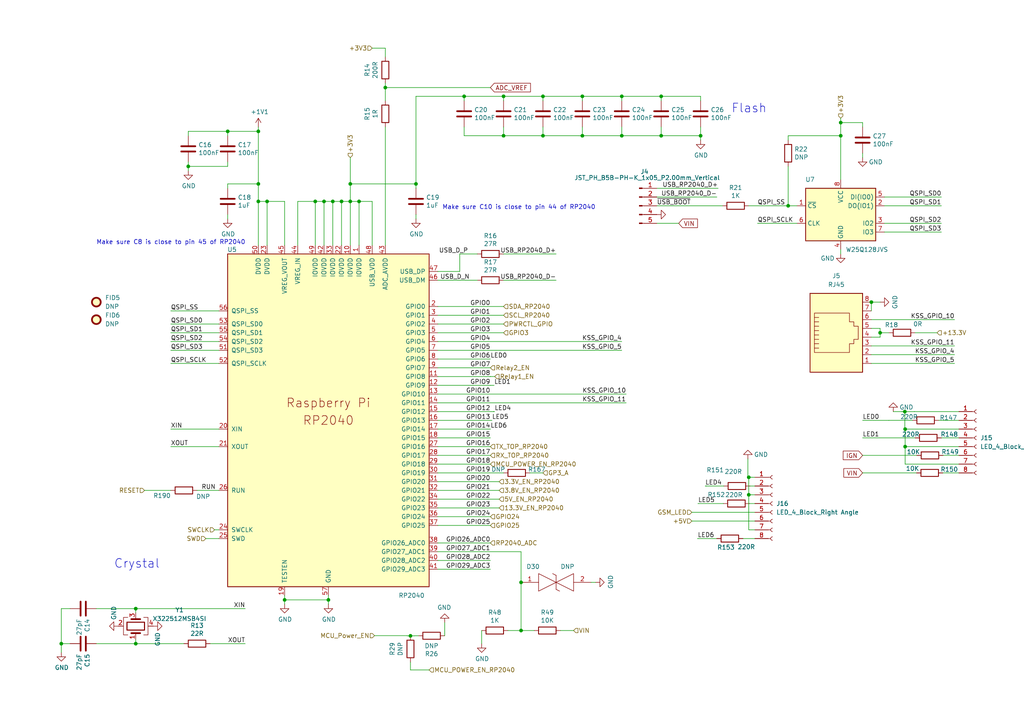
<source format=kicad_sch>
(kicad_sch (version 20231120) (generator "eeschema") (generator_version "8.0")
  (paper "A4")
  (lib_symbols
    (symbol "Connector:Conn_01x05_Male" (pin_names (offset 1.016) hide)
      (property "Reference" "J" (at 0 7.62 0))
      (property "Value" "Conn_01x05_Male" (at 0 -7.62 0))
      (symbol "Conn_01x05_Male_1_1"
        (polyline (pts (xy 1.27 -5.08) (xy 0.8636 -5.08)) (stroke (width 0.1524)))
        (polyline (pts (xy 1.27 -2.54) (xy 0.8636 -2.54)) (stroke (width 0.1524)))
        (polyline (pts (xy 1.27 0) (xy 0.8636 0)) (stroke (width 0.1524)))
        (polyline (pts (xy 1.27 2.54) (xy 0.8636 2.54)) (stroke (width 0.1524)))
        (polyline (pts (xy 1.27 5.08) (xy 0.8636 5.08)) (stroke (width 0.1524)))
        (rectangle (start 0.8636 -4.953) (end 0 -5.207) (stroke (width 0.1524)) (fill (type outline)))
        (rectangle (start 0.8636 -2.413) (end 0 -2.667) (stroke (width 0.1524)) (fill (type outline)))
        (rectangle (start 0.8636 0.127) (end 0 -0.127) (stroke (width 0.1524)) (fill (type outline)))
        (rectangle (start 0.8636 2.667) (end 0 2.413) (stroke (width 0.1524)) (fill (type outline)))
        (rectangle (start 0.8636 5.207) (end 0 4.953) (stroke (width 0.1524)) (fill (type outline)))
        (pin passive line (at 5.08 5.08 180) (length 3.81) (name "Pin_1") (number "1"))
        (pin passive line (at 5.08 2.54 180) (length 3.81) (name "Pin_2") (number "2"))
        (pin passive line (at 5.08 0 180) (length 3.81) (name "Pin_3") (number "3"))
        (pin passive line (at 5.08 -2.54 180) (length 3.81) (name "Pin_4") (number "4"))
        (pin passive line (at 5.08 -5.08 180) (length 3.81) (name "Pin_5") (number "5"))
      )
    )
    (symbol "Connector:Conn_01x08_Socket" (pin_names (offset 1.016) hide)
      (property "Reference" "J" (at 0 10.16 0))
      (property "Value" "Conn_01x08_Socket" (at 0 -12.7 0))
      (symbol "Conn_01x08_Socket_1_1"
        (arc (start 0 -9.652) (mid -0.5058 -10.16) (end 0 -10.668) (stroke (width 0.1524)))
        (arc (start 0 -7.112) (mid -0.5058 -7.62) (end 0 -8.128) (stroke (width 0.1524)))
        (arc (start 0 -4.572) (mid -0.5058 -5.08) (end 0 -5.588) (stroke (width 0.1524)))
        (arc (start 0 -2.032) (mid -0.5058 -2.54) (end 0 -3.048) (stroke (width 0.1524)))
        (polyline (pts (xy -1.27 -10.16) (xy -0.508 -10.16)) (stroke (width 0.1524)))
        (polyline (pts (xy -1.27 -7.62) (xy -0.508 -7.62)) (stroke (width 0.1524)))
        (polyline (pts (xy -1.27 -5.08) (xy -0.508 -5.08)) (stroke (width 0.1524)))
        (polyline (pts (xy -1.27 -2.54) (xy -0.508 -2.54)) (stroke (width 0.1524)))
        (polyline (pts (xy -1.27 0) (xy -0.508 0)) (stroke (width 0.1524)))
        (polyline (pts (xy -1.27 2.54) (xy -0.508 2.54)) (stroke (width 0.1524)))
        (polyline (pts (xy -1.27 5.08) (xy -0.508 5.08)) (stroke (width 0.1524)))
        (polyline (pts (xy -1.27 7.62) (xy -0.508 7.62)) (stroke (width 0.1524)))
        (arc (start 0 0.508) (mid -0.5058 0) (end 0 -0.508) (stroke (width 0.1524)))
        (arc (start 0 3.048) (mid -0.5058 2.54) (end 0 2.032) (stroke (width 0.1524)))
        (arc (start 0 5.588) (mid -0.5058 5.08) (end 0 4.572) (stroke (width 0.1524)))
        (arc (start 0 8.128) (mid -0.5058 7.62) (end 0 7.112) (stroke (width 0.1524)))
        (pin passive line (at -5.08 7.62 0) (length 3.81) (name "Pin_1") (number "1"))
        (pin passive line (at -5.08 5.08 0) (length 3.81) (name "Pin_2") (number "2"))
        (pin passive line (at -5.08 2.54 0) (length 3.81) (name "Pin_3") (number "3"))
        (pin passive line (at -5.08 0 0) (length 3.81) (name "Pin_4") (number "4"))
        (pin passive line (at -5.08 -2.54 0) (length 3.81) (name "Pin_5") (number "5"))
        (pin passive line (at -5.08 -5.08 0) (length 3.81) (name "Pin_6") (number "6"))
        (pin passive line (at -5.08 -7.62 0) (length 3.81) (name "Pin_7") (number "7"))
        (pin passive line (at -5.08 -10.16 0) (length 3.81) (name "Pin_8") (number "8"))
      )
    )
    (symbol "Connector:RJ45" (pin_names (offset 1.016))
      (property "Reference" "J" (at -5.08 13.97 0))
      (property "Value" "RJ45" (at 2.54 13.97 0))
      (symbol "RJ45_0_1"
        (polyline (pts (xy -5.08 4.445) (xy -6.35 4.445)))
        (polyline (pts (xy -5.08 5.715) (xy -6.35 5.715)))
        (polyline (pts (xy -6.35 -3.175) (xy -5.08 -3.175) (xy -5.08 -3.175)))
        (polyline (pts (xy -6.35 -1.905) (xy -5.08 -1.905) (xy -5.08 -1.905)))
        (polyline (pts (xy -6.35 -0.635) (xy -5.08 -0.635) (xy -5.08 -0.635)))
        (polyline (pts (xy -6.35 0.635) (xy -5.08 0.635) (xy -5.08 0.635)))
        (polyline (pts (xy -6.35 1.905) (xy -5.08 1.905) (xy -5.08 1.905)))
        (polyline (pts (xy -5.08 3.175) (xy -6.35 3.175) (xy -6.35 3.175)))
        (polyline (pts (xy -6.35 -4.445) (xy -6.35 6.985) (xy 3.81 6.985) (xy 3.81 4.445) (xy 5.08 4.445) (xy 5.08 3.175) (xy 6.35 3.175) (xy 6.35 -0.635) (xy 5.08 -0.635) (xy 5.08 -1.905) (xy 3.81 -1.905) (xy 3.81 -4.445) (xy -6.35 -4.445) (xy -6.35 -4.445)))
        (rectangle (start 7.62 12.7) (end -7.62 -10.16) (stroke (width 0.254)) (fill (type background)))
      )
      (symbol "RJ45_1_1"
        (pin passive line (at 10.16 -7.62 180) (length 2.54) (name "~") (number "1"))
        (pin passive line (at 10.16 -5.08 180) (length 2.54) (name "~") (number "2"))
        (pin passive line (at 10.16 -2.54 180) (length 2.54) (name "~") (number "3"))
        (pin passive line (at 10.16 0 180) (length 2.54) (name "~") (number "4"))
        (pin passive line (at 10.16 2.54 180) (length 2.54) (name "~") (number "5"))
        (pin passive line (at 10.16 5.08 180) (length 2.54) (name "~") (number "6"))
        (pin passive line (at 10.16 7.62 180) (length 2.54) (name "~") (number "7"))
        (pin passive line (at 10.16 10.16 180) (length 2.54) (name "~") (number "8"))
      )
    )
    (symbol "Device:C" (pin_numbers hide) (pin_names (offset 0.254))
      (property "Reference" "C" (at 0.635 2.54 0))
      (property "Value" "C" (at 0.635 -2.54 0))
      (symbol "C_0_1"
        (polyline (pts (xy -2.032 -0.762) (xy 2.032 -0.762)) (stroke (width 0.508)))
        (polyline (pts (xy -2.032 0.762) (xy 2.032 0.762)) (stroke (width 0.508)))
      )
      (symbol "C_1_1"
        (pin passive line (at 0 3.81 270) (length 2.794) (name "~") (number "1"))
        (pin passive line (at 0 -3.81 90) (length 2.794) (name "~") (number "2"))
      )
    )
    (symbol "Device:Crystal_GND24" (pin_names (offset 1.016) hide)
      (property "Reference" "Y" (at 3.175 5.08 0))
      (property "Value" "Crystal_GND24" (at 3.175 3.175 0))
      (symbol "Crystal_GND24_0_1"
        (rectangle (start -1.143 2.54) (end 1.143 -2.54) (stroke (width 0.3048)))
        (polyline (pts (xy -2.54 0) (xy -2.032 0)))
        (polyline (pts (xy -2.032 -1.27) (xy -2.032 1.27)) (stroke (width 0.508)))
        (polyline (pts (xy 0 -3.81) (xy 0 -3.556)))
        (polyline (pts (xy 0 3.556) (xy 0 3.81)))
        (polyline (pts (xy 2.032 -1.27) (xy 2.032 1.27)) (stroke (width 0.508)))
        (polyline (pts (xy 2.032 0) (xy 2.54 0)))
        (polyline (pts (xy -2.54 -2.286) (xy -2.54 -3.556) (xy 2.54 -3.556) (xy 2.54 -2.286)))
        (polyline (pts (xy -2.54 2.286) (xy -2.54 3.556) (xy 2.54 3.556) (xy 2.54 2.286)))
      )
      (symbol "Crystal_GND24_1_1"
        (pin passive line (at -3.81 0 0) (length 1.27) (name "1") (number "1"))
        (pin passive line (at 0 5.08 270) (length 1.27) (name "2") (number "2"))
        (pin passive line (at 3.81 0 180) (length 1.27) (name "3") (number "3"))
        (pin passive line (at 0 -5.08 90) (length 1.27) (name "4") (number "4"))
      )
    )
    (symbol "Device:R" (pin_numbers hide) (pin_names (offset 0))
      (property "Reference" "R" (at 2.032 0 90))
      (property "Value" "R" (at 0 0 90))
      (symbol "R_0_1"
        (rectangle (start -1.016 -2.54) (end 1.016 2.54) (stroke (width 0.254)))
      )
      (symbol "R_1_1"
        (pin passive line (at 0 3.81 270) (length 1.27) (name "~") (number "1"))
        (pin passive line (at 0 -3.81 90) (length 1.27) (name "~") (number "2"))
      )
    )
    (symbol "MCU_RaspberryPi_RP2040:RP2040" (pin_names (offset 1.016))
      (property "Reference" "U" (at -29.21 49.53 0))
      (property "Value" "RP2040" (at 24.13 -49.53 0))
      (symbol "RP2040_0_0"
        (text "Raspberry Pi" (at 0 5.08 0) (effects (font (size 2.54 2.54))))
        (text "RP2040" (at 0 0 0) (effects (font (size 2.54 2.54))))
      )
      (symbol "RP2040_0_1"
        (rectangle (start 29.21 48.26) (end -29.21 -48.26) (stroke (width 0.254)) (fill (type background)))
      )
      (symbol "RP2040_1_1"
        (pin power_in line (at 8.89 50.8 270) (length 2.54) (name "IOVDD") (number "1"))
        (pin power_in line (at 6.35 50.8 270) (length 2.54) (name "IOVDD") (number "10"))
        (pin bidirectional line (at 31.75 12.7 180) (length 2.54) (name "GPIO8") (number "11"))
        (pin bidirectional line (at 31.75 10.16 180) (length 2.54) (name "GPIO9") (number "12"))
        (pin bidirectional line (at 31.75 7.62 180) (length 2.54) (name "GPIO10") (number "13"))
        (pin bidirectional line (at 31.75 5.08 180) (length 2.54) (name "GPIO11") (number "14"))
        (pin bidirectional line (at 31.75 2.54 180) (length 2.54) (name "GPIO12") (number "15"))
        (pin bidirectional line (at 31.75 0 180) (length 2.54) (name "GPIO13") (number "16"))
        (pin bidirectional line (at 31.75 -2.54 180) (length 2.54) (name "GPIO14") (number "17"))
        (pin bidirectional line (at 31.75 -5.08 180) (length 2.54) (name "GPIO15") (number "18"))
        (pin passive line (at -12.7 -50.8 90) (length 2.54) (name "TESTEN") (number "19"))
        (pin bidirectional line (at 31.75 33.02 180) (length 2.54) (name "GPIO0") (number "2"))
        (pin input line (at -31.75 -2.54 0) (length 2.54) (name "XIN") (number "20"))
        (pin passive line (at -31.75 -7.62 0) (length 2.54) (name "XOUT") (number "21"))
        (pin power_in line (at 3.81 50.8 270) (length 2.54) (name "IOVDD") (number "22"))
        (pin power_in line (at -17.78 50.8 270) (length 2.54) (name "DVDD") (number "23"))
        (pin output line (at -31.75 -31.75 0) (length 2.54) (name "SWCLK") (number "24"))
        (pin bidirectional line (at -31.75 -34.29 0) (length 2.54) (name "SWD") (number "25"))
        (pin input line (at -31.75 -20.32 0) (length 2.54) (name "RUN") (number "26"))
        (pin bidirectional line (at 31.75 -7.62 180) (length 2.54) (name "GPIO16") (number "27"))
        (pin bidirectional line (at 31.75 -10.16 180) (length 2.54) (name "GPIO17") (number "28"))
        (pin bidirectional line (at 31.75 -12.7 180) (length 2.54) (name "GPIO18") (number "29"))
        (pin bidirectional line (at 31.75 30.48 180) (length 2.54) (name "GPIO1") (number "3"))
        (pin bidirectional line (at 31.75 -15.24 180) (length 2.54) (name "GPIO19") (number "30"))
        (pin bidirectional line (at 31.75 -17.78 180) (length 2.54) (name "GPIO20") (number "31"))
        (pin bidirectional line (at 31.75 -20.32 180) (length 2.54) (name "GPIO21") (number "32"))
        (pin power_in line (at 1.27 50.8 270) (length 2.54) (name "IOVDD") (number "33"))
        (pin bidirectional line (at 31.75 -22.86 180) (length 2.54) (name "GPIO22") (number "34"))
        (pin bidirectional line (at 31.75 -25.4 180) (length 2.54) (name "GPIO23") (number "35"))
        (pin bidirectional line (at 31.75 -27.94 180) (length 2.54) (name "GPIO24") (number "36"))
        (pin bidirectional line (at 31.75 -30.48 180) (length 2.54) (name "GPIO25") (number "37"))
        (pin bidirectional line (at 31.75 -35.56 180) (length 2.54) (name "GPIO26_ADC0") (number "38"))
        (pin bidirectional line (at 31.75 -38.1 180) (length 2.54) (name "GPIO27_ADC1") (number "39"))
        (pin bidirectional line (at 31.75 27.94 180) (length 2.54) (name "GPIO2") (number "4"))
        (pin bidirectional line (at 31.75 -40.64 180) (length 2.54) (name "GPIO28_ADC2") (number "40"))
        (pin bidirectional line (at 31.75 -43.18 180) (length 2.54) (name "GPIO29_ADC3") (number "41"))
        (pin power_in line (at -1.27 50.8 270) (length 2.54) (name "IOVDD") (number "42"))
        (pin power_in line (at 16.51 50.8 270) (length 2.54) (name "ADC_AVDD") (number "43"))
        (pin power_in line (at -8.89 50.8 270) (length 2.54) (name "VREG_IN") (number "44"))
        (pin power_out line (at -12.7 50.8 270) (length 2.54) (name "VREG_VOUT") (number "45"))
        (pin bidirectional line (at 31.75 40.64 180) (length 2.54) (name "USB_DM") (number "46"))
        (pin bidirectional line (at 31.75 43.18 180) (length 2.54) (name "USB_DP") (number "47"))
        (pin power_in line (at 12.7 50.8 270) (length 2.54) (name "USB_VDD") (number "48"))
        (pin power_in line (at -3.81 50.8 270) (length 2.54) (name "IOVDD") (number "49"))
        (pin bidirectional line (at 31.75 25.4 180) (length 2.54) (name "GPIO3") (number "5"))
        (pin power_in line (at -20.32 50.8 270) (length 2.54) (name "DVDD") (number "50"))
        (pin bidirectional line (at -31.75 20.32 0) (length 2.54) (name "QSPI_SD3") (number "51"))
        (pin output line (at -31.75 16.51 0) (length 2.54) (name "QSPI_SCLK") (number "52"))
        (pin bidirectional line (at -31.75 27.94 0) (length 2.54) (name "QSPI_SD0") (number "53"))
        (pin bidirectional line (at -31.75 22.86 0) (length 2.54) (name "QSPI_SD2") (number "54"))
        (pin bidirectional line (at -31.75 25.4 0) (length 2.54) (name "QSPI_SD1") (number "55"))
        (pin bidirectional line (at -31.75 31.75 0) (length 2.54) (name "QSPI_SS") (number "56"))
        (pin power_in line (at 0 -50.8 90) (length 2.54) (name "GND") (number "57"))
        (pin bidirectional line (at 31.75 22.86 180) (length 2.54) (name "GPIO4") (number "6"))
        (pin bidirectional line (at 31.75 20.32 180) (length 2.54) (name "GPIO5") (number "7"))
        (pin bidirectional line (at 31.75 17.78 180) (length 2.54) (name "GPIO6") (number "8"))
        (pin bidirectional line (at 31.75 15.24 180) (length 2.54) (name "GPIO7") (number "9"))
      )
    )
    (symbol "Mechanical:Fiducial"
      (property "Reference" "FID" (at 0 5.08 0))
      (property "Value" "Fiducial" (at 0 3.175 0))
      (symbol "Fiducial_0_1"
        (circle (center 0 0) (radius 1.27) (stroke (width 0.508)) (fill (type background)))
      )
    )
    (symbol "Memory_Flash:W25Q128JVS"
      (property "Reference" "U" (at -8.89 8.89 0))
      (property "Value" "W25Q128JVS" (at 7.62 8.89 0))
      (symbol "W25Q128JVS_0_1"
        (rectangle (start -10.16 7.62) (end 10.16 -7.62) (stroke (width 0.254)) (fill (type background)))
      )
      (symbol "W25Q128JVS_1_1"
        (pin input line (at -12.7 2.54 0) (length 2.54) (name "~{CS}") (number "1"))
        (pin bidirectional line (at 12.7 2.54 180) (length 2.54) (name "DO(IO1)") (number "2"))
        (pin bidirectional line (at 12.7 -2.54 180) (length 2.54) (name "IO2") (number "3"))
        (pin power_in line (at 0 -10.16 90) (length 2.54) (name "GND") (number "4"))
        (pin bidirectional line (at 12.7 5.08 180) (length 2.54) (name "DI(IO0)") (number "5"))
        (pin input line (at -12.7 -2.54 0) (length 2.54) (name "CLK") (number "6"))
        (pin bidirectional line (at 12.7 -5.08 180) (length 2.54) (name "IO3") (number "7"))
        (pin power_in line (at 0 10.16 270) (length 2.54) (name "VCC") (number "8"))
      )
    )
    (symbol "SP0402B-ULC-01ETG:SP0402B-ULC-01ETG" (pin_names (offset 0.762))
      (property "Reference" "D" (at 12.7 8.89 0))
      (property "Value" "SP0402B-ULC-01ETG" (at 12.7 6.35 0))
      (symbol "SP0402B-ULC-01ETG_0_0"
        (pin passive line (at 0 0 0) (length 5.08) (name "~") (number "1"))
        (pin passive line (at 20.32 0 180) (length 5.08) (name "~") (number "2"))
      )
      (symbol "SP0402B-ULC-01ETG_0_1"
        (polyline (pts (xy 9.144 2.54) (xy 10.16 2.032)) (stroke (width 0.1524)))
        (polyline (pts (xy 10.16 -2.032) (xy 10.16 2.032)) (stroke (width 0.1524)))
        (polyline (pts (xy 10.16 -2.032) (xy 11.176 -2.54)) (stroke (width 0.1524)))
        (polyline (pts (xy 10.16 0) (xy 5.08 -2.54) (xy 5.08 2.54) (xy 10.16 0)) (stroke (width 0.1524)))
        (polyline (pts (xy 10.16 0) (xy 15.24 -2.54) (xy 15.24 2.54) (xy 10.16 0)) (stroke (width 0.1524)))
      )
    )
    (symbol "power:+1V1" (power) (pin_names (offset 0))
      (property "Value" "+1V1" (at 0 3.556 0))
      (symbol "+1V1_0_1"
        (polyline (pts (xy -0.762 1.27) (xy 0 2.54)))
        (polyline (pts (xy 0 0) (xy 0 2.54)))
        (polyline (pts (xy 0 2.54) (xy 0.762 1.27)))
      )
      (symbol "+1V1_1_1"
        (pin power_in line (at 0 0 90) (length 0) hide (name "+1V1") (number "1"))
      )
    )
    (symbol "power:GND" (power) (pin_names (offset 0))
      (property "Value" "GND" (at 0 -3.81 0))
      (symbol "GND_0_1"
        (polyline (pts (xy 0 0) (xy 0 -1.27) (xy 1.27 -1.27) (xy 0 -2.54) (xy -1.27 -1.27) (xy 0 -1.27)))
      )
      (symbol "GND_1_1"
        (pin power_in line (at 0 0 270) (length 0) hide (name "GND") (number "1"))
      )
    )
  )
  (junction (at 111.76 25.4))
  (junction (at 54.61 48.26))
  (junction (at 217.17 138.43))
  (junction (at 252.73 87.63))
  (junction (at 39.37 186.69))
  (junction (at 151.13 182.88))
  (junction (at 180.34 27.94))
  (junction (at 101.6 58.42))
  (junction (at 262.5263 129.54))
  (junction (at 95.25 173.99))
  (junction (at 74.93 58.42))
  (junction (at 255.27 96.52))
  (junction (at 180.34 39.37))
  (junction (at 217.17 143.51))
  (junction (at 262.5263 124.4687))
  (junction (at 17.78 186.69))
  (junction (at 104.14 58.42))
  (junction (at 39.37 176.53))
  (junction (at 93.98 58.42))
  (junction (at 151.13 168.91))
  (junction (at 96.52 58.42))
  (junction (at 82.55 173.99))
  (junction (at 74.93 38.1))
  (junction (at 91.44 58.42))
  (junction (at 168.91 39.37))
  (junction (at 101.6 53.34))
  (junction (at 134.62 27.94))
  (junction (at 157.48 27.94))
  (junction (at 228.6 59.69))
  (junction (at 66.04 38.1))
  (junction (at 74.93 53.34))
  (junction (at 99.06 58.42))
  (junction (at 191.77 39.37))
  (junction (at 120.65 53.34))
  (junction (at 191.77 27.94))
  (junction (at 168.91 27.94))
  (junction (at 77.47 58.42))
  (junction (at 119.0481 184.4174))
  (junction (at 146.05 27.94))
  (junction (at 157.48 39.37))
  (junction (at 262.439 119.3887))
  (junction (at 243.84 39.37))
  (junction (at 243.84 35.56))
  (junction (at 203.2 39.37))
  (junction (at 146.05 39.37))
  (wire (pts (xy 111.76 36.83) (xy 111.76 71.12)))
  (wire (pts (xy 49.53 124.46) (xy 63.5 124.46)))
  (wire (pts (xy 59.69 156.21) (xy 63.5 156.21)))
  (wire (pts (xy 191.77 39.37) (xy 203.2 39.37)))
  (wire (pts (xy 66.04 53.34) (xy 74.93 53.34)))
  (wire (pts (xy 127 160.02) (xy 151.13 160.02)))
  (wire (pts (xy 191.77 27.94) (xy 203.2 27.94)))
  (wire (pts (xy 143.1694 119.3787) (xy 143.1694 119.38)))
  (wire (pts (xy 101.6 58.42) (xy 104.14 58.42)))
  (wire (pts (xy 180.34 27.94) (xy 191.77 27.94)))
  (wire (pts (xy 143.4165 119.3774) (xy 143.4234 119.3787)))
  (wire (pts (xy 217.17 138.43) (xy 217.17 143.51)))
  (wire (pts (xy 142.24 109.2128) (xy 142.24 109.22)))
  (wire (pts (xy 82.55 173.99) (xy 95.25 173.99)))
  (wire (pts (xy 180.34 39.37) (xy 168.91 39.37)))
  (wire (pts (xy 39.37 186.69) (xy 53.34 186.69)))
  (wire (pts (xy 142.6874 121.92) (xy 127 121.92)))
  (wire (pts (xy 191.77 29.21) (xy 191.77 27.94)))
  (wire (pts (xy 86.36 58.42) (xy 91.44 58.42)))
  (wire (pts (xy 108.6275 184.3647) (xy 118.11 184.3647)))
  (wire (pts (xy 146.05 27.94) (xy 157.48 27.94)))
  (wire (pts (xy 202.3371 156.21) (xy 207.882 156.21)))
  (wire (pts (xy 54.61 46.99) (xy 54.61 48.26)))
  (wire (pts (xy 228.6 48.26) (xy 228.6 59.69)))
  (wire (pts (xy 127 142.24) (xy 144.78 142.24)))
  (wire (pts (xy 127 104.14) (xy 142.24 104.14)))
  (wire (pts (xy 95.25 173.99) (xy 95.25 175.26)))
  (wire (pts (xy 111.76 13.97) (xy 107.95 13.97)))
  (wire (pts (xy 252.73 87.63) (xy 252.73 90.17)))
  (wire (pts (xy 272.2778 121.9136) (xy 273.7413 121.9136)))
  (wire (pts (xy 200.66 148.59) (xy 218.9651 148.59)))
  (wire (pts (xy 127 106.68) (xy 142.24 106.68)))
  (wire (pts (xy 27.94 176.53) (xy 39.37 176.53)))
  (wire (pts (xy 120.65 27.94) (xy 120.65 53.34)))
  (wire (pts (xy 143.3159 111.7647) (xy 142.24 111.7647)))
  (wire (pts (xy 101.6 53.34) (xy 101.6 58.42)))
  (wire (pts (xy 153.67 137.16) (xy 157.48 137.16)))
  (wire (pts (xy 127 152.4) (xy 142.24 152.4)))
  (wire (pts (xy 278.13 119.38) (xy 265.2183 119.38)))
  (wire (pts (xy 60.96 186.69) (xy 71.12 186.69)))
  (wire (pts (xy 273.5379 132.08) (xy 278.13 132.08)))
  (wire (pts (xy 265.43 96.52) (xy 271.78 96.52)))
  (wire (pts (xy 127 96.52) (xy 146.05 96.52)))
  (wire (pts (xy 202.4697 146.051) (xy 202.4697 146.05)))
  (wire (pts (xy 93.98 58.42) (xy 96.52 58.42)))
  (wire (pts (xy 218.9651 143.51) (xy 217.17 143.51)))
  (wire (pts (xy 157.48 27.94) (xy 168.91 27.94)))
  (wire (pts (xy 66.04 54.61) (xy 66.04 53.34)))
  (wire (pts (xy 74.93 53.34) (xy 74.93 58.42)))
  (wire (pts (xy 20.32 176.53) (xy 17.78 176.53)))
  (wire (pts (xy 255.27 97.79) (xy 252.73 97.79)))
  (wire (pts (xy 203.2 36.83) (xy 203.2 39.37)))
  (wire (pts (xy 99.06 71.12) (xy 99.06 58.42)))
  (wire (pts (xy 142.24 124.4539) (xy 142.24 124.46)))
  (wire (pts (xy 127 144.78) (xy 144.78 144.78)))
  (wire (pts (xy 262.439 119.3887) (xy 262.439 124.4687)))
  (wire (pts (xy 180.34 29.21) (xy 180.34 27.94)))
  (wire (pts (xy 146.05 39.37) (xy 134.62 39.37)))
  (wire (pts (xy 217.17 143.51) (xy 217.17 153.67)))
  (wire (pts (xy 118.11 184.3647) (xy 118.11 184.4174)))
  (wire (pts (xy 111.76 16.51) (xy 111.76 13.97)))
  (wire (pts (xy 217.17 153.67) (xy 218.9651 153.67)))
  (wire (pts (xy 143.1694 119.38) (xy 127 119.38)))
  (wire (pts (xy 63.5 90.17) (xy 49.53 90.17)))
  (wire (pts (xy 261.62 119.3887) (xy 262.439 119.3887)))
  (wire (pts (xy 278.13 134.62) (xy 262.5263 134.62)))
  (wire (pts (xy 111.76 25.4) (xy 142.24 25.4)))
  (wire (pts (xy 202.3371 156.2133) (xy 202.3371 156.21)))
  (wire (pts (xy 111.76 25.4) (xy 111.76 24.13)))
  (wire (pts (xy 255.27 96.52) (xy 257.81 96.52)))
  (wire (pts (xy 217.5449 140.97) (xy 218.9651 140.97)))
  (wire (pts (xy 204.7811 140.97) (xy 209.9249 140.97)))
  (wire (pts (xy 66.04 39.37) (xy 66.04 38.1)))
  (wire (pts (xy 77.47 58.42) (xy 74.93 58.42)))
  (wire (pts (xy 146.05 36.83) (xy 146.05 39.37)))
  (wire (pts (xy 49.53 96.52) (xy 63.5 96.52)))
  (wire (pts (xy 256.54 67.31) (xy 273.05 67.31)))
  (wire (pts (xy 203.2 39.37) (xy 203.2 40.64)))
  (wire (pts (xy 134.62 27.94) (xy 146.05 27.94)))
  (wire (pts (xy 127 81.28) (xy 138.43 81.28)))
  (wire (pts (xy 74.93 58.42) (xy 74.93 71.12)))
  (wire (pts (xy 273.7413 121.92) (xy 278.13 121.92)))
  (wire (pts (xy 127 162.56) (xy 142.24 162.56)))
  (wire (pts (xy 127 147.32) (xy 144.78 147.32)))
  (wire (pts (xy 180.34 36.83) (xy 180.34 39.37)))
  (wire (pts (xy 107.95 71.12) (xy 107.95 58.42)))
  (wire (pts (xy 134.62 27.94) (xy 120.65 27.94)))
  (wire (pts (xy 168.91 29.21) (xy 168.91 27.94)))
  (wire (pts (xy 146.05 73.66) (xy 161.29 73.66)))
  (wire (pts (xy 203.2 29.21) (xy 203.2 27.94)))
  (wire (pts (xy 216.9164 133.1079) (xy 216.9164 138.43)))
  (wire (pts (xy 120.65 62.23) (xy 120.65 63.5)))
  (wire (pts (xy 101.6 53.34) (xy 101.6 45.72)))
  (wire (pts (xy 49.53 101.6) (xy 63.5 101.6)))
  (wire (pts (xy 127 127) (xy 142.24 127)))
  (wire (pts (xy 120.2138 184.4174) (xy 120.2138 184.3979)))
  (wire (pts (xy 77.47 71.12) (xy 77.47 58.42)))
  (wire (pts (xy 209.55 59.69) (xy 190.5 59.69)))
  (wire (pts (xy 20.32 186.69) (xy 17.78 186.69)))
  (wire (pts (xy 120.2138 184.3979) (xy 121.3665 184.3979)))
  (wire (pts (xy 127 99.06) (xy 180.34 99.06)))
  (wire (pts (xy 255.27 96.52) (xy 255.27 95.25)))
  (wire (pts (xy 49.53 99.06) (xy 63.5 99.06)))
  (wire (pts (xy 127 91.44) (xy 146.05 91.44)))
  (wire (pts (xy 166.37 182.88) (xy 162.56 182.88)))
  (wire (pts (xy 127 88.9) (xy 146.05 88.9)))
  (wire (pts (xy 82.55 71.12) (xy 82.55 58.42)))
  (wire (pts (xy 101.6 53.34) (xy 120.65 53.34)))
  (wire (pts (xy 191.77 36.83) (xy 191.77 39.37)))
  (wire (pts (xy 218.9651 138.43) (xy 217.17 138.43)))
  (wire (pts (xy 276.86 102.87) (xy 252.73 102.87)))
  (wire (pts (xy 228.6 39.37) (xy 243.84 39.37)))
  (wire (pts (xy 147.32 182.88) (xy 151.13 182.88)))
  (wire (pts (xy 261.62 119.38) (xy 261.62 119.3887)))
  (wire (pts (xy 104.14 58.42) (xy 104.14 71.12)))
  (wire (pts (xy 217.17 59.69) (xy 228.6 59.69)))
  (wire (pts (xy 262.5263 124.4687) (xy 262.5263 129.54)))
  (wire (pts (xy 63.5 129.54) (xy 49.53 129.54)))
  (wire (pts (xy 250.19 121.92) (xy 257.81 121.92)))
  (wire (pts (xy 104.14 58.42) (xy 107.95 58.42)))
  (wire (pts (xy 276.86 92.71) (xy 252.73 92.71)))
  (wire (pts (xy 111.76 25.4) (xy 111.76 29.21)))
  (wire (pts (xy 86.36 71.12) (xy 86.36 58.42)))
  (wire (pts (xy 257.81 121.9136) (xy 264.6578 121.9136)))
  (wire (pts (xy 259.08 119.38) (xy 261.62 119.38)))
  (wire (pts (xy 74.93 36.83) (xy 74.93 38.1)))
  (wire (pts (xy 142.24 111.7647) (xy 142.24 111.76)))
  (wire (pts (xy 243.84 39.37) (xy 243.84 52.07)))
  (wire (pts (xy 276.86 105.41) (xy 252.73 105.41)))
  (wire (pts (xy 172.72 168.91) (xy 171.45 168.91)))
  (wire (pts (xy 127 116.84) (xy 181.61 116.84)))
  (wire (pts (xy 54.61 48.26) (xy 54.61 49.53)))
  (wire (pts (xy 74.93 38.1) (xy 74.93 53.34)))
  (wire (pts (xy 273.05 127) (xy 278.13 127)))
  (wire (pts (xy 151.13 168.91) (xy 151.13 182.88)))
  (wire (pts (xy 255.27 95.25) (xy 252.73 95.25)))
  (wire (pts (xy 127 139.7) (xy 144.78 139.7)))
  (wire (pts (xy 133.35 73.66) (xy 138.43 73.66)))
  (wire (pts (xy 82.55 172.72) (xy 82.55 173.99)))
  (wire (pts (xy 216.9164 138.43) (xy 217.17 138.43)))
  (wire (pts (xy 82.55 173.99) (xy 82.55 175.26)))
  (wire (pts (xy 17.78 186.69) (xy 17.78 189.23)))
  (wire (pts (xy 190.5 54.61) (xy 208.28 54.61)))
  (wire (pts (xy 262.439 119.3887) (xy 265.2183 119.3887)))
  (wire (pts (xy 127 132.08) (xy 142.24 132.08)))
  (wire (pts (xy 127 157.48) (xy 142.24 157.48)))
  (wire (pts (xy 134.62 36.83) (xy 134.62 39.37)))
  (wire (pts (xy 127 114.3) (xy 181.61 114.3)))
  (wire (pts (xy 146.05 29.21) (xy 146.05 27.94)))
  (wire (pts (xy 139.7 186.69) (xy 139.7 182.88)))
  (wire (pts (xy 63.5 105.41) (xy 49.53 105.41)))
  (wire (pts (xy 27.94 186.69) (xy 39.37 186.69)))
  (wire (pts (xy 95.25 172.72) (xy 95.25 173.99)))
  (wire (pts (xy 17.78 176.53) (xy 17.78 186.69)))
  (wire (pts (xy 191.77 39.37) (xy 180.34 39.37)))
  (wire (pts (xy 99.06 58.42) (xy 101.6 58.42)))
  (wire (pts (xy 66.04 38.1) (xy 74.93 38.1)))
  (wire (pts (xy 228.6 40.64) (xy 228.6 39.37)))
  (wire (pts (xy 256.54 59.69) (xy 273.05 59.69)))
  (wire (pts (xy 96.52 71.12) (xy 96.52 58.42)))
  (wire (pts (xy 250.19 44.45) (xy 250.19 45.72)))
  (wire (pts (xy 133.35 73.66) (xy 133.35 78.74)))
  (wire (pts (xy 256.54 57.15) (xy 273.05 57.15)))
  (wire (pts (xy 250.19 137.16) (xy 265.8385 137.16)))
  (wire (pts (xy 41.91 142.24) (xy 49.53 142.24)))
  (wire (pts (xy 262.5263 129.54) (xy 262.5263 134.62)))
  (wire (pts (xy 128.9865 180.5879) (xy 128.9865 184.3979)))
  (wire (pts (xy 255.27 97.79) (xy 255.27 96.52)))
  (wire (pts (xy 127 93.98) (xy 146.05 93.98)))
  (wire (pts (xy 134.62 29.21) (xy 134.62 27.94)))
  (wire (pts (xy 49.53 93.98) (xy 63.5 93.98)))
  (wire (pts (xy 273.4585 137.16) (xy 278.13 137.16)))
  (wire (pts (xy 255.27 87.63) (xy 252.73 87.63)))
  (wire (pts (xy 250.19 127) (xy 265.43 127)))
  (wire (pts (xy 127 109.22) (xy 142.24 109.22)))
  (wire (pts (xy 157.48 39.37) (xy 146.05 39.37)))
  (wire (pts (xy 118.11 184.4174) (xy 119.0481 184.4174)))
  (wire (pts (xy 250.19 132.08) (xy 265.9179 132.08)))
  (wire (pts (xy 54.61 38.1) (xy 66.04 38.1)))
  (wire (pts (xy 157.48 36.83) (xy 157.48 39.37)))
  (wire (pts (xy 57.15 142.24) (xy 63.5 142.24)))
  (wire (pts (xy 200.66 151.13) (xy 218.9651 151.13)))
  (wire (pts (xy 127 129.54) (xy 142.24 129.54)))
  (wire (pts (xy 119.0481 184.4174) (xy 120.2138 184.4174)))
  (wire (pts (xy 54.61 48.26) (xy 66.04 48.26)))
  (wire (pts (xy 127 111.76) (xy 142.24 111.76)))
  (wire (pts (xy 91.44 71.12) (xy 91.44 58.42)))
  (wire (pts (xy 93.98 71.12) (xy 93.98 58.42)))
  (wire (pts (xy 62.23 153.67) (xy 63.5 153.67)))
  (wire (pts (xy 243.84 35.56) (xy 243.84 39.37)))
  (wire (pts (xy 127 134.62) (xy 142.24 134.62)))
  (wire (pts (xy 82.55 58.42) (xy 77.47 58.42)))
  (wire (pts (xy 127 78.74) (xy 133.35 78.74)))
  (wire (pts (xy 143.4918 109.2128) (xy 142.24 109.2128)))
  (wire (pts (xy 278.13 129.54) (xy 262.5263 129.54)))
  (wire (pts (xy 168.91 39.37) (xy 157.48 39.37)))
  (wire (pts (xy 66.04 48.26) (xy 66.04 46.99)))
  (wire (pts (xy 217.405 146.05) (xy 218.9651 146.05)))
  (wire (pts (xy 243.84 34.29) (xy 243.84 35.56)))
  (wire (pts (xy 219.71 64.77) (xy 231.14 64.77)))
  (wire (pts (xy 127 124.46) (xy 142.24 124.46)))
  (wire (pts (xy 228.6 59.69) (xy 231.14 59.69)))
  (wire (pts (xy 243.84 72.39) (xy 243.84 73.66)))
  (wire (pts (xy 250.19 36.83) (xy 250.19 35.56)))
  (wire (pts (xy 273.7413 121.9136) (xy 273.7413 121.92)))
  (wire (pts (xy 196.85 64.77) (xy 190.5 64.77)))
  (wire (pts (xy 151.13 182.88) (xy 154.94 182.88)))
  (wire (pts (xy 202.4697 146.05) (xy 209.785 146.05)))
  (wire (pts (xy 66.04 62.23) (xy 66.04 63.5)))
  (wire (pts (xy 276.86 100.33) (xy 252.73 100.33)))
  (wire (pts (xy 262.439 124.4687) (xy 262.5263 124.4687)))
  (wire (pts (xy 262.5263 124.46) (xy 262.5263 124.4687)))
  (wire (pts (xy 215.502 156.21) (xy 218.9651 156.21)))
  (wire (pts (xy 265.2183 119.38) (xy 265.2183 119.3887)))
  (wire (pts (xy 39.37 177.8) (xy 39.37 176.53)))
  (wire (pts (xy 101.6 71.12) (xy 101.6 58.42)))
  (wire (pts (xy 39.37 176.53) (xy 71.12 176.53)))
  (wire (pts (xy 262.5263 124.46) (xy 278.13 124.46)))
  (wire (pts (xy 39.37 185.42) (xy 39.37 186.69)))
  (wire (pts (xy 143.1694 119.3787) (xy 143.4165 119.3774)))
  (wire (pts (xy 256.54 64.77) (xy 273.05 64.77)))
  (wire (pts (xy 146.05 81.28) (xy 161.29 81.28)))
  (wire (pts (xy 120.65 54.61) (xy 120.65 53.34)))
  (wire (pts (xy 127 165.1) (xy 142.24 165.1)))
  (wire (pts (xy 168.91 27.94) (xy 180.34 27.94)))
  (wire (pts (xy 204.7811 140.9729) (xy 204.7811 140.97)))
  (wire (pts (xy 91.44 58.42) (xy 93.98 58.42)))
  (wire (pts (xy 127 101.6) (xy 180.34 101.6)))
  (wire (pts (xy 96.52 58.42) (xy 99.06 58.42)))
  (wire (pts (xy 250.19 35.56) (xy 243.84 35.56)))
  (wire (pts (xy 157.48 29.21) (xy 157.48 27.94)))
  (wire (pts (xy 257.81 121.92) (xy 257.81 121.9136)))
  (wire (pts (xy 190.5 57.15) (xy 207.9313 57.15)))
  (wire (pts (xy 168.91 36.83) (xy 168.91 39.37)))
  (wire (pts (xy 54.61 39.37) (xy 54.61 38.1)))
  (wire (pts (xy 119.0481 194.31) (xy 119.0481 192.0374)))
  (wire (pts (xy 204.5271 140.9729) (xy 204.7811 140.9729)))
  (wire (pts (xy 127 149.86) (xy 142.24 149.86)))
  (wire (pts (xy 151.13 160.02) (xy 151.13 168.91)))
  (wire (pts (xy 127 137.16) (xy 146.05 137.16)))
  (wire (pts (xy 124.46 194.31) (xy 119.0481 194.31)))
  (text "Make sure C8 is close to pin 45 of RP2040" (at 27.94 71.12 0) (effects (font (size 1.27 1.27)) (justify left bottom)))
  (text "Make sure C10 is close to pin 44 of RP2040" (at 128.27 60.96 0) (effects (font (size 1.27 1.27)) (justify left bottom)))
  (text "Flash" (at 212.09 33.02 0) (effects (font (size 2.54 2.54)) (justify left bottom)))
  (text "Crystal" (at 33.02 165.1 0) (effects (font (size 2.54 2.54)) (justify left bottom)))
  (label "KSS_GPIO_10" (at 181.61 114.3 180))
  (label "KSS_GPIO_4" (at 180.34 99.06 180))
  (label "USB_D_P" (at 135.7763 73.66 180))
  (label "GPIO22" (at 142.24 144.78 180))
  (label "GPIO17" (at 142.24 132.08 180))
  (label "GPIO9" (at 142.24 111.7647 180))
  (label "USB_RP2040_D+" (at 208.28 54.61 180))
  (label "XIN" (at 71.12 176.53 180))
  (label "USB_RP2040_D+" (at 161.29 73.66 180))
  (label "GPIO5" (at 142.24 101.6 180))
  (label "GPIO15" (at 142.24 127 180))
  (label "LED4" (at 143.4234 119.3787 0))
  (label "QSPI_SD0" (at 49.53 93.98 0))
  (label "GPIO18" (at 142.24 134.62 180))
  (label "GPIO26_ADC0" (at 142.24 157.48 180))
  (label "GPIO24" (at 142.24 149.86 180))
  (label "QSPI_SD2" (at 49.53 99.06 0))
  (label "GPIO27_ADC1" (at 142.24 160.02 180))
  (label "QSPI_SCLK" (at 219.71 64.77 0))
  (label "LED6" (at 142.24 124.46 0))
  (label "GPIO7" (at 142.24 106.68 180))
  (label "GPIO14" (at 142.24 124.4539 180))
  (label "GPIO3" (at 142.24 96.52 180))
  (label "LED0" (at 142.24 104.14 0))
  (label "GPIO0" (at 142.24 88.9 180))
  (label "LED1" (at 250.19 127 0))
  (label "USB_RP2040_D-" (at 207.9313 57.15 180))
  (label "KSS_GPIO_11" (at 276.86 100.33 180))
  (label "QSPI_SD3" (at 273.05 67.31 180))
  (label "GPIO11" (at 142.24 116.84 180))
  (label "LED6" (at 202.3371 156.2133 0))
  (label "QSPI_SD0" (at 273.05 57.15 180))
  (label "GPIO4" (at 142.24 99.06 180))
  (label "KSS_GPIO_4" (at 276.86 102.87 180))
  (label "KSS_GPIO_5" (at 276.86 105.41 180))
  (label "LED5" (at 142.6874 121.92 0))
  (label "GPIO20" (at 142.24 139.7 180))
  (label "~{USB_BOOT}" (at 190.5 59.69 0))
  (label "GPIO13" (at 142.24 121.92 180))
  (label "LED0" (at 250.19 121.92 0))
  (label "GPIO12" (at 142.24 119.38 180))
  (label "GPIO6" (at 142.24 104.14 180))
  (label "LED5" (at 202.4697 146.051 0))
  (label "GPIO29_ADC3" (at 142.24 165.1 180))
  (label "GPIO1" (at 142.24 91.44 180))
  (label "GPIO28_ADC2" (at 142.24 162.56 180))
  (label "QSPI_SCLK" (at 49.53 105.41 0))
  (label "QSPI_SS" (at 49.53 90.17 0))
  (label "GPIO23" (at 142.24 147.32 180))
  (label "QSPI_SD3" (at 49.53 101.6 0))
  (label "LED1" (at 143.3159 111.7647 0))
  (label "RUN" (at 58.42 142.24 0))
  (label "USB_D_N" (at 136.2125 81.28 180))
  (label "GPIO19" (at 142.24 137.16 180))
  (label "GPIO10" (at 142.24 114.3 180))
  (label "QSPI_SD1" (at 273.05 59.69 180))
  (label "QSPI_SD2" (at 273.05 64.77 180))
  (label "GPIO16" (at 142.24 129.54 180))
  (label "KSS_GPIO_5" (at 180.34 101.6 180))
  (label "XOUT" (at 49.53 129.54 0))
  (label "QSPI_SD1" (at 49.53 96.52 0))
  (label "GPIO8" (at 142.24 109.2128 180))
  (label "XOUT" (at 71.12 186.69 180))
  (label "GPIO25" (at 142.24 152.4 180))
  (label "QSPI_SS" (at 219.71 59.69 0))
  (label "KSS_GPIO_10" (at 276.86 92.71 180))
  (label "XIN" (at 49.53 124.46 0))
  (label "KSS_GPIO_11" (at 181.61 116.84 180))
  (label "LED4" (at 204.5271 140.9729 0))
  (label "GPIO21" (at 142.24 142.24 180))
  (label "GPIO2" (at 142.24 93.98 180))
  (label "USB_RP2040_D-" (at 161.29 81.28 180))
  (global_label "VIN" (shape input) (at 250.19 137.16 180) (property "Intersheetrefs" "${INTERSHEET_REFS}" (effects (hide yes))))
  (global_label "ADC_VREF" (shape input) (at 142.24 25.4 0) (property "Intersheetrefs" "${INTERSHEET_REFS}" (effects (hide yes))))
  (global_label "VIN" (shape input) (at 196.85 64.77 0) (property "Intersheetrefs" "${INTERSHEET_REFS}" (effects (hide yes))))
  (global_label "IGN" (shape input) (at 250.19 132.08 180) (property "Intersheetrefs" "${INTERSHEET_REFS}" (effects (hide yes))))
  (hierarchical_label "GP3_A" (shape input) (at 157.48 137.16 0))
  (hierarchical_label "GPIO3" (shape input) (at 146.05 96.52 0))
  (hierarchical_label "GPIO25" (shape input) (at 142.24 152.4 0))
  (hierarchical_label "+3V3" (shape input) (at 101.6 45.72 90))
  (hierarchical_label "MCU_Power_EN" (shape input) (at 108.6275 184.3647 180))
  (hierarchical_label "SCL_RP2040" (shape input) (at 146.05 91.44 0))
  (hierarchical_label "+3V3" (shape input) (at 107.95 13.97 180))
  (hierarchical_label "RP2040_ADC" (shape input) (at 142.24 157.48 0))
  (hierarchical_label "SDA_RP2040" (shape input) (at 146.05 88.9 0))
  (hierarchical_label "SWCLK" (shape input) (at 62.23 153.67 180))
  (hierarchical_label "PWRCTL_GPIO" (shape input) (at 146.05 93.98 0))
  (hierarchical_label "GPIO24" (shape input) (at 142.24 149.86 0))
  (hierarchical_label "Relay2_EN" (shape input) (at 142.24 106.68 0))
  (hierarchical_label "VIN" (shape input) (at 166.37 182.88 0))
  (hierarchical_label "RX_TOP_RP2040" (shape input) (at 142.24 132.08 0))
  (hierarchical_label "5V_EN_RP2040" (shape input) (at 144.78 144.78 0))
  (hierarchical_label "+13.3V" (shape input) (at 271.78 96.52 0))
  (hierarchical_label "13.3V_EN_RP2040" (shape input) (at 144.78 147.32 0))
  (hierarchical_label "MCU_POWER_EN_RP2040" (shape input) (at 142.24 134.62 0))
  (hierarchical_label "3.3V_EN_RP2040" (shape input) (at 144.78 139.7 0))
  (hierarchical_label "3.8V_EN_RP2040" (shape input) (at 144.78 142.24 0))
  (hierarchical_label "TX_TOP_RP2040" (shape input) (at 142.24 129.54 0))
  (hierarchical_label "SWD" (shape input) (at 59.69 156.21 180))
  (hierarchical_label "GSM_LED" (shape input) (at 200.66 148.59 180))
  (hierarchical_label "+5V" (shape input) (at 200.66 151.13 180))
  (hierarchical_label "+3V3" (shape input) (at 243.84 34.29 90))
  (hierarchical_label "RESET" (shape input) (at 41.91 142.24 180))
  (hierarchical_label "Relay1_EN" (shape input) (at 143.4918 109.2128 0))
  (hierarchical_label "MCU_POWER_EN_RP2040" (shape input) (at 124.46 194.31 0))
  (symbol (lib_id "Device:R") (at 57.15 186.69 270) (unit 1)
    (property "Reference" "R13" (at 57.15 181.4322 90))
    (property "Value" "22R" (at 57.15 183.7436 90))
    (property "Footprint" "Resistor_SMD:R_0603_1608Metric" (effects (hide yes)))
    (property "MPN" "0603WAF220JT5E" (effects (hide yes)))
  )
  (symbol (lib_id "Device:R") (at 261.62 96.52 90) (unit 1)
    (property "Reference" "R18" (at 258.572 94.234 90))
    (property "Value" "0R" (at 266.192 93.98 90))
    (property "Footprint" "Resistor_SMD:R_0603_1608Metric" (effects (hide yes)))
    (property "MPN" "0603WAF2200T5E" (effects (hide yes)))
  )
  (symbol (lib_id "Device:C") (at 24.13 186.69 270) (unit 1)
    (property "Reference" "C15" (at 25.2984 189.611 0) (effects (justify left)))
    (property "Value" "27pF" (at 22.987 189.611 0) (effects (justify left)))
    (property "Footprint" "Capacitor_SMD:C_0603_1608Metric" (effects (hide yes)))
    (property "MPN" "0603CG270J500NT" (effects (hide yes)))
  )
  (symbol (lib_id "Device:C") (at 24.13 176.53 270) (unit 1)
    (property "Reference" "C14" (at 25.2984 179.451 0) (effects (justify left)))
    (property "Value" "27pF" (at 22.987 179.451 0) (effects (justify left)))
    (property "Footprint" "Capacitor_SMD:C_0603_1608Metric" (effects (hide yes)))
    (property "MPN" "0603CG270J500NT" (effects (hide yes)))
  )
  (symbol (lib_id "Device:C") (at 191.77 33.02 0) (unit 1)
    (property "Reference" "C25" (at 194.691 31.8516 0) (effects (justify left)))
    (property "Value" "100nF" (at 194.691 34.163 0) (effects (justify left)))
    (property "Footprint" "Capacitor_SMD:C_0402_1005Metric" (effects (hide yes)))
    (property "MPN" "CC0402KRX7R7BB104" (effects (hide yes)))
  )
  (symbol (lib_id "Device:R") (at 269.24 127 90) (unit 1)
    (property "Reference" "R148" (at 275.336 125.984 90))
    (property "Value" "220R" (at 264.16 125.984 90))
    (property "Footprint" "Resistor_SMD:R_0603_1608Metric" (effects (hide yes)))
    (property "MPN" "0603WAF2200T5E" (effects (hide yes)))
  )
  (symbol (lib_id "Device:R") (at 269.6485 137.16 90) (unit 1)
    (property "Reference" "R150" (at 275.336 136.144 90))
    (property "Value" "10K" (at 264.668 135.89 90))
    (property "Footprint" "Resistor_SMD:R_0603_1608Metric" (effects (hide yes)))
    (property "MPN" "0603WAF2200T5E" (effects (hide yes)))
  )
  (symbol (lib_id "power:GND") (at 17.78 189.23 0) (unit 1)
    (property "Reference" "#PWR0135" (effects (hide yes)))
    (property "Value" "GND" (at 17.907 193.6242 0))
  )
  (symbol (lib_id "Device:R") (at 142.24 73.66 270) (unit 1)
    (property "Reference" "R16" (at 142.24 68.4022 90))
    (property "Value" "27R" (at 142.24 70.7136 90))
    (property "Footprint" "Resistor_SMD:R_0603_1608Metric" (effects (hide yes)))
    (property "MPN" "0603WAF270JT5E" (effects (hide yes)))
  )
  (symbol (lib_id "SP0402B-ULC-01ETG:SP0402B-ULC-01ETG") (at 151.13 168.91 0) (unit 1)
    (property "Reference" "D30" (at 152.654 164.338 0) (effects (justify left)))
    (property "Value" "DNP" (at 162.56 164.338 0) (effects (justify left)))
    (property "Footprint" "ESD5341N:ESD5341N" (effects (hide yes)))
    (property "Datasheet" "https://www.mouser.com/datasheet/2/240/Littelfuse_TVS_Diode_Array_Ultra_Low_Capacitance_D-1021420.pdf" (effects (hide yes)))
    (property "Description" "ESD Suppressors / TVS Diodes 5V .13pF 20kV" (effects (hide yes)))
    (property "Manufacturer_Name" "LITTELFUSE" (effects (hide yes)))
    (property "Manufacturer_Part_Number" "SP0402B-ULC-01ETG" (effects (hide yes)))
    (property "Mouser Part Number" "576-SP0402BULC-01ETG" (effects (hide yes)))
    (property "Mouser Price/Stock" "https://www.mouser.co.uk/ProductDetail/Littelfuse/SP0402B-ULC-01ETG?qs=lM4gFlnEeENx4cnTNlk34g%3D%3D" (effects (hide yes)))
    (property "Arrow Part Number" "SP0402B-ULC-01ETG" (effects (hide yes)))
    (property "Arrow Price/Stock" "https://www.arrow.com/en/products/sp0402b-ulc-01etg/littelfuse?region=nac" (effects (hide yes)))
    (property "MPN" "ESD5341N" (effects (hide yes)))
  )
  (symbol (lib_id "Device:R") (at 211.692 156.21 90) (unit 1)
    (property "Reference" "R153" (at 210.5695 158.7532 90))
    (property "Value" "220R" (at 216.4628 158.6237 90))
    (property "Footprint" "Resistor_SMD:R_0603_1608Metric" (effects (hide yes)))
    (property "MPN" "0603WAF2200T5E" (effects (hide yes)))
  )
  (symbol (lib_id "Device:C") (at 120.65 58.42 0) (unit 1)
    (property "Reference" "C19" (at 123.571 57.2516 0) (effects (justify left)))
    (property "Value" "1uF" (at 123.571 59.563 0) (effects (justify left)))
    (property "Footprint" "Capacitor_SMD:C_0603_1608Metric" (effects (hide yes)))
    (property "MPN" "CL10A105KB8NNNC" (effects (hide yes)))
  )
  (symbol (lib_id "power:GND") (at 95.25 175.26 0) (unit 1)
    (property "Reference" "#PWR0131" (effects (hide yes)))
    (property "Value" "GND" (at 95.377 179.6542 0))
  )
  (symbol (lib_id "power:GND") (at 216.9164 133.1079 180) (unit 1)
    (property "Reference" "#PWR0209" (effects (hide yes)))
    (property "Value" "GND" (at 220.7264 131.8379 0))
  )
  (symbol (lib_id "Device:R") (at 213.595 146.05 90) (unit 1)
    (property "Reference" "R152" (at 207.7616 143.485 90))
    (property "Value" "220R" (at 212.854 143.5278 90))
    (property "Footprint" "Resistor_SMD:R_0603_1608Metric" (effects (hide yes)))
    (property "MPN" "0603WAF2200T5E" (effects (hide yes)))
  )
  (symbol (lib_id "Device:R") (at 142.24 81.28 270) (unit 1)
    (property "Reference" "R17" (at 142.24 76.0222 90))
    (property "Value" "27R" (at 142.24 78.3336 90))
    (property "Footprint" "Resistor_SMD:R_0603_1608Metric" (effects (hide yes)))
    (property "MPN" "0603WAF270JT5E" (effects (hide yes)))
  )
  (symbol (lib_id "power:GND") (at 139.7 186.69 0) (unit 1)
    (property "Reference" "#PWR0174" (effects (hide yes)))
    (property "Value" "GND" (at 139.827 191.0842 0))
  )
  (symbol (lib_id "power:GND") (at 54.61 49.53 0) (unit 1)
    (property "Reference" "#PWR0128" (effects (hide yes)))
    (property "Value" "GND" (at 54.737 53.9242 0))
  )
  (symbol (lib_id "Device:C") (at 180.34 33.02 0) (unit 1)
    (property "Reference" "C24" (at 183.261 31.8516 0) (effects (justify left)))
    (property "Value" "100nF" (at 183.261 34.163 0) (effects (justify left)))
    (property "Footprint" "Capacitor_SMD:C_0402_1005Metric" (effects (hide yes)))
    (property "MPN" "CC0402KRX7R7BB104" (effects (hide yes)))
  )
  (symbol (lib_id "Device:C") (at 134.62 33.02 0) (unit 1)
    (property "Reference" "C20" (at 137.541 31.8516 0) (effects (justify left)))
    (property "Value" "100nF" (at 137.541 34.163 0) (effects (justify left)))
    (property "Footprint" "Capacitor_SMD:C_0402_1005Metric" (effects (hide yes)))
    (property "MPN" "CC0402KRX7R7BB104" (effects (hide yes)))
  )
  (symbol (lib_id "Memory_Flash:W25Q128JVS") (at 243.84 62.23 0) (unit 1)
    (property "Reference" "U7" (at 234.95 52.07 0))
    (property "Value" "W25Q128JVS" (at 251.46 72.39 0))
    (property "Footprint" "Package_SO:SOIC-8_5.23x5.23mm_P1.27mm" (effects (hide yes)))
    (property "Datasheet" "http://www.winbond.com/resource-files/w25q128jv_dtr%20revc%2003272018%20plus.pdf" (effects (hide yes)))
    (property "MPN" "W25Q128JVS" (effects (hide yes)))
  )
  (symbol (lib_id "power:GND") (at 128.9865 180.5879 180) (unit 1)
    (property "Reference" "#PWR0144" (effects (hide yes)))
    (property "Value" "GND" (at 128.8595 176.1937 0))
  )
  (symbol (lib_id "Device:C") (at 146.05 33.02 0) (unit 1)
    (property "Reference" "C21" (at 148.971 31.8516 0) (effects (justify left)))
    (property "Value" "100nF" (at 148.971 34.163 0) (effects (justify left)))
    (property "Footprint" "Capacitor_SMD:C_0402_1005Metric" (effects (hide yes)))
    (property "MPN" "CC0402KRX7R7BB104" (effects (hide yes)))
  )
  (symbol (lib_id "Device:R") (at 143.51 182.88 270) (unit 1)
    (property "Reference" "R48" (at 143.51 177.6222 90))
    (property "Value" "1K" (at 143.51 179.9336 90))
    (property "Footprint" "Resistor_SMD:R_0603_1608Metric" (effects (hide yes)))
    (property "MPN" "0603WAF1001T5E" (effects (hide yes)))
  )
  (symbol (lib_id "power:GND") (at 34.29 181.61 270) (unit 1)
    (property "Reference" "#PWR0133" (effects (hide yes)))
    (property "Value" "GND" (at 33.02 177.8 0))
  )
  (symbol (lib_id "Connector:Conn_01x05_Male") (at 185.42 59.69 0) (unit 1)
    (property "Reference" "J4" (at 186.944 49.784 0))
    (property "Value" "JST_PH_B5B-PH-K_1x05_P2.00mm_Vertical" (at 187.706 51.562 0))
    (property "Footprint" "Connector_JST:JST_PH_B5B-PH-K_1x05_P2.00mm_Vertical" (effects (hide yes)))
  )
  (symbol (lib_id "Device:R") (at 228.6 44.45 0) (unit 1)
    (property "Reference" "R22" (at 230.378 43.2816 0) (effects (justify left)))
    (property "Value" "DNP" (at 230.378 45.593 0) (effects (justify left)))
    (property "Footprint" "Resistor_SMD:R_0603_1608Metric" (effects (hide yes)))
  )
  (symbol (lib_id "power:GND") (at 255.27 87.63 90) (unit 1)
    (property "Reference" "#PWR0114" (effects (hide yes)))
    (property "Value" "GND" (at 259.588 87.63 0))
  )
  (symbol (lib_id "Device:R") (at 158.75 182.88 270) (unit 1)
    (property "Reference" "R49" (at 158.75 177.6222 90))
    (property "Value" "10K" (at 158.75 179.9336 90))
    (property "Footprint" "Resistor_SMD:R_0603_1608Metric" (effects (hide yes)))
    (property "MPN" "0603WAF1002T5E" (effects (hide yes)))
  )
  (symbol (lib_id "Device:R") (at 149.86 137.16 90) (unit 1)
    (property "Reference" "R167" (at 155.702 136.144 90))
    (property "Value" "DNP" (at 144.526 136.144 90))
    (property "Footprint" "Resistor_SMD:R_0603_1608Metric" (effects (hide yes)))
    (property "Description" "Resistor" (effects (hide yes)))
  )
  (symbol (lib_id "Connector:RJ45") (at 242.57 97.79 0) (unit 1)
    (property "Reference" "J5" (at 242.57 80.01 0))
    (property "Value" "RJ45" (at 242.57 82.55 0))
    (property "Footprint" "Connector_RJ:RJ45_Amphenol_54602-x08_Horizontal" (effects (hide yes)))
    (property "MPN" "黑色 RJ45 8P" (effects (hide yes)))
  )
  (symbol (lib_id "Device:R") (at 111.76 20.32 0) (unit 1)
    (property "Reference" "R14" (at 106.5022 20.32 90))
    (property "Value" "200R" (at 108.8136 20.32 90))
    (property "Footprint" "Resistor_SMD:R_0603_1608Metric" (effects (hide yes)))
    (property "MPN" "0603WAF2000T5E" (effects (hide yes)))
  )
  (symbol (lib_id "Device:C") (at 203.2 33.02 0) (unit 1)
    (property "Reference" "C26" (at 206.121 31.8516 0) (effects (justify left)))
    (property "Value" "100nF" (at 206.121 34.163 0) (effects (justify left)))
    (property "Footprint" "Capacitor_SMD:C_0402_1005Metric" (effects (hide yes)))
    (property "MPN" "CC0402KRX7R7BB104" (effects (hide yes)))
  )
  (symbol (lib_id "Device:C") (at 66.04 43.18 0) (unit 1)
    (property "Reference" "C17" (at 68.961 42.0116 0) (effects (justify left)))
    (property "Value" "100nF" (at 68.961 44.323 0) (effects (justify left)))
    (property "Footprint" "Capacitor_SMD:C_0402_1005Metric" (effects (hide yes)))
    (property "MPN" "CC0402KRX7R7BB104" (effects (hide yes)))
  )
  (symbol (lib_id "MCU_RaspberryPi_RP2040:RP2040") (at 95.25 121.92 0) (unit 1)
    (property "Reference" "U5" (at 67.31 72.39 0))
    (property "Value" "RP2040" (at 119.38 172.72 0))
    (property "Footprint" "Library:RP2040-QFN-56" (effects (hide yes)))
    (property "MPN" "RP2040 " (effects (hide yes)))
  )
  (symbol (lib_id "power:GND") (at 243.84 73.66 0) (unit 1)
    (property "Reference" "#PWR0151" (effects (hide yes)))
    (property "Value" "GND" (at 240.03 74.93 0))
  )
  (symbol (lib_id "Device:C") (at 66.04 58.42 0) (unit 1)
    (property "Reference" "C18" (at 68.961 57.2516 0) (effects (justify left)))
    (property "Value" "1uF" (at 68.961 59.563 0) (effects (justify left)))
    (property "Footprint" "Capacitor_SMD:C_0603_1608Metric" (effects (hide yes)))
    (property "MPN" "CL10A105KB8NNNC" (effects (hide yes)))
  )
  (symbol (lib_id "Device:C") (at 157.48 33.02 0) (unit 1)
    (property "Reference" "C22" (at 160.401 31.8516 0) (effects (justify left)))
    (property "Value" "100nF" (at 160.401 34.163 0) (effects (justify left)))
    (property "Footprint" "Capacitor_SMD:C_0402_1005Metric" (effects (hide yes)))
    (property "MPN" "CC0402KRX7R7BB104" (effects (hide yes)))
  )
  (symbol (lib_id "power:GND") (at 44.45 181.61 90) (unit 1)
    (property "Reference" "#PWR0134" (effects (hide yes)))
    (property "Value" "GND" (at 45.72 185.42 0))
  )
  (symbol (lib_id "Connector:Conn_01x08_Socket") (at 224.0451 146.05 0) (unit 1)
    (property "Reference" "J16" (at 225.1402 146.0499 0) (effects (justify left)))
    (property "Value" "LED_4_Block_Right Angle" (at 225.1402 148.5899 0) (effects (justify left)))
    (property "Footprint" "LED_4:LED_4_Block" (effects (hide yes)))
    (property "Description" "Generic connector, single row, 01x08, script generated" (effects (hide yes)))
    (property "MPN" "3mm四孔灯座带灯" (effects (hide yes)))
  )
  (symbol (lib_id "power:GND") (at 190.5 62.23 90) (unit 1)
    (property "Reference" "#PWR0139" (effects (hide yes)))
    (property "Value" "GND" (effects (hide yes)))
  )
  (symbol (lib_id "Device:R") (at 268.4678 121.9136 90) (unit 1)
    (property "Reference" "R147" (at 275.082 121.158 90))
    (property "Value" "220R" (at 263.652 120.904 90))
    (property "Footprint" "Resistor_SMD:R_0603_1608Metric" (effects (hide yes)))
    (property "MPN" "0603WAF2200T5E" (effects (hide yes)))
  )
  (symbol (lib_id "Device:R") (at 111.76 33.02 0) (unit 1)
    (property "Reference" "R15" (at 106.5022 33.02 90))
    (property "Value" "1R" (at 108.8136 33.02 90))
    (property "Footprint" "Resistor_SMD:R_0603_1608Metric" (effects (hide yes)))
    (property "MPN" "0603WAF100KT5E" (effects (hide yes)))
  )
  (symbol (lib_id "power:GND") (at 259.08 119.38 180) (unit 1)
    (property "Reference" "#PWR0208" (effects (hide yes)))
    (property "Value" "GND" (at 262.89 118.11 0))
  )
  (symbol (lib_id "Device:R") (at 269.7279 132.08 90) (unit 1)
    (property "Reference" "R149" (at 275.59 131.064 90))
    (property "Value" "10K" (at 264.922 131.064 90))
    (property "Footprint" "Resistor_SMD:R_0603_1608Metric" (effects (hide yes)))
    (property "MPN" "0603WAF2200T5E" (effects (hide yes)))
  )
  (symbol (lib_id "Device:C") (at 250.19 40.64 0) (unit 1)
    (property "Reference" "C27" (at 253.111 39.4716 0) (effects (justify left)))
    (property "Value" "100nF" (at 253.111 41.783 0) (effects (justify left)))
    (property "Footprint" "Capacitor_SMD:C_0402_1005Metric" (effects (hide yes)))
    (property "MPN" "CC0402KRX7R7BB104" (effects (hide yes)))
  )
  (symbol (lib_id "Device:R") (at 213.7349 140.97 90) (unit 1)
    (property "Reference" "R151" (at 207.4477 136.3259 90))
    (property "Value" "220R" (at 212.6932 136.782 90))
    (property "Footprint" "Resistor_SMD:R_0603_1608Metric" (effects (hide yes)))
    (property "MPN" "0603WAF2200T5E" (effects (hide yes)))
  )
  (symbol (lib_id "power:GND") (at 120.65 63.5 0) (unit 1)
    (property "Reference" "#PWR0127" (effects (hide yes)))
    (property "Value" "GND" (at 120.777 67.8942 0))
  )
  (symbol (lib_id "Device:R") (at 213.36 59.69 270) (unit 1)
    (property "Reference" "R21" (at 213.36 54.4322 90))
    (property "Value" "1K" (at 213.36 56.7436 90))
    (property "Footprint" "Resistor_SMD:R_0603_1608Metric" (effects (hide yes)))
    (property "MPN" "0603WAF1001T5E" (effects (hide yes)))
  )
  (symbol (lib_id "power:GND") (at 172.72 168.91 90) (unit 1)
    (property "Reference" "#PWR0136" (effects (hide yes)))
    (property "Value" "GND" (at 177.1142 168.783 0))
  )
  (symbol (lib_id "Device:Crystal_GND24") (at 39.37 181.61 90) (unit 1)
    (property "Reference" "Y1" (at 52.07 176.911 90))
    (property "Value" "X322512MSB4SI" (at 52.07 179.451 90))
    (property "Footprint" "Crystal:Crystal_SMD_3225-4Pin_3.2x2.5mm" (effects (hide yes)))
    (property "MPN" "X322512MSB4SI" (effects (hide yes)))
  )
  (symbol (lib_id "power:GND") (at 203.2 40.64 0) (unit 1)
    (property "Reference" "#PWR0138" (effects (hide yes)))
    (property "Value" "GND" (at 203.327 45.0342 0))
  )
  (symbol (lib_id "power:+1V1") (at 74.93 36.83 0) (unit 1)
    (property "Reference" "#PWR0130" (effects (hide yes)))
    (property "Value" "+1V1" (at 75.311 32.4358 0))
  )
  (symbol (lib_id "Mechanical:Fiducial") (at 27.94 87.63 0) (unit 1)
    (property "Reference" "FID5" (at 30.48 86.3599 0) (effects (justify left)))
    (property "Value" "DNP" (at 30.48 88.8999 0) (effects (justify left)))
    (property "Footprint" "Fiducial:Fiducial_0.5mm_Mask1mm" (effects (hide yes)))
    (property "Description" "Fiducial Marker" (effects (hide yes)))
  )
  (symbol (lib_id "Connector:Conn_01x08_Socket") (at 283.21 127 0) (unit 1)
    (property "Reference" "J15" (at 284.3051 126.9999 0) (effects (justify left)))
    (property "Value" "LED_4_Block_Right Angle" (at 284.3051 129.5399 0) (effects (justify left)))
    (property "Footprint" "LED_4:LED_4_Block" (effects (hide yes)))
    (property "Description" "Generic connector, single row, 01x08, script generated" (effects (hide yes)))
    (property "MPN" "3mm四孔灯座带灯" (effects (hide yes)))
  )
  (symbol (lib_id "Mechanical:Fiducial") (at 27.94 92.71 0) (unit 1)
    (property "Reference" "FID6" (at 30.48 91.4399 0) (effects (justify left)))
    (property "Value" "DNP" (at 30.48 93.9799 0) (effects (justify left)))
    (property "Footprint" "Fiducial:Fiducial_0.5mm_Mask1mm" (effects (hide yes)))
    (property "Description" "Fiducial Marker" (effects (hide yes)))
  )
  (symbol (lib_id "Device:R") (at 119.0481 188.2274 0) (unit 1)
    (property "Reference" "R29" (at 113.7903 188.2274 90))
    (property "Value" "DNP" (at 116.1017 188.2274 90))
    (property "Footprint" "Resistor_SMD:R_0603_1608Metric" (effects (hide yes)))
  )
  (symbol (lib_id "Device:C") (at 168.91 33.02 0) (unit 1)
    (property "Reference" "C23" (at 171.831 31.8516 0) (effects (justify left)))
    (property "Value" "100nF" (at 171.831 34.163 0) (effects (justify left)))
    (property "Footprint" "Capacitor_SMD:C_0402_1005Metric" (effects (hide yes)))
    (property "MPN" "CC0402KRX7R7BB104" (effects (hide yes)))
  )
  (symbol (lib_id "power:GND") (at 82.55 175.26 0) (unit 1)
    (property "Reference" "#PWR0132" (effects (hide yes)))
    (property "Value" "GND" (at 82.677 179.6542 0))
  )
  (symbol (lib_id "power:GND") (at 66.04 63.5 0) (unit 1)
    (property "Reference" "#PWR0129" (effects (hide yes)))
    (property "Value" "GND" (at 66.167 67.8942 0))
  )
  (symbol (lib_id "Device:C") (at 54.61 43.18 0) (unit 1)
    (property "Reference" "C16" (at 57.531 42.0116 0) (effects (justify left)))
    (property "Value" "100nF" (at 57.531 44.323 0) (effects (justify left)))
    (property "Footprint" "Capacitor_SMD:C_0402_1005Metric" (effects (hide yes)))
    (property "MPN" "CC0402KRX7R7BB104" (effects (hide yes)))
  )
  (symbol (lib_id "Device:R") (at 125.1765 184.3979 90) (unit 1)
    (property "Reference" "R26" (at 125.1765 189.6557 90))
    (property "Value" "DNP" (at 125.1765 187.3443 90))
    (property "Footprint" "Resistor_SMD:R_0603_1608Metric" (effects (hide yes)))
  )
  (symbol (lib_id "power:GND") (at 250.19 45.72 0) (unit 1)
    (property "Reference" "#PWR0145" (effects (hide yes)))
    (property "Value" "GND" (at 254 46.99 0))
  )
  (symbol (lib_id "Device:R") (at 53.34 142.24 90) (unit 1)
    (property "Reference" "R190" (at 46.99 143.764 90))
    (property "Value" "DNP" (at 58.928 144.018 90))
    (property "Footprint" "Resistor_SMD:R_0603_1608Metric" (effects (hide yes)))
  )
)
</source>
